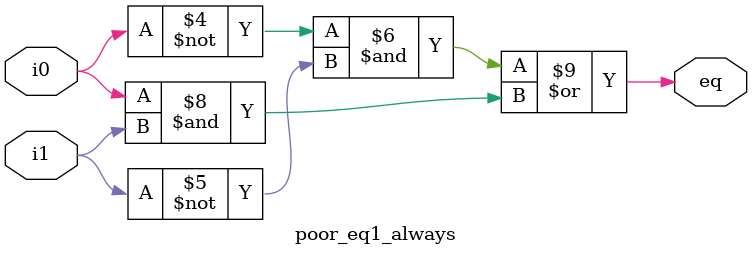
<source format=sv>
module poor_eq1_always
  (
   input logic i0, i1,
   output logic eq 
  );

  always @(i0, i1) 
  begin
     // local variable declaration
     logic tmp;
     // the order of statements is importnat
     tmp = 1'b0;
     tmp = tmp  | (~i0 & ~i1);
     tmp = tmp  | (i0 & i1);
     eq = tmp;
  end
endmodule
</source>
